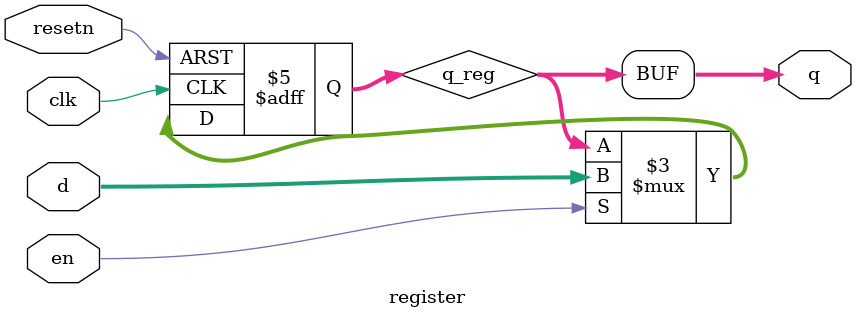
<source format=v>
`timescale 1ns / 1ps


module register (
    input         clk,
    input         resetn,
    input         en,
    input  [31:0] d,
    output [31:0] q
);

    reg [31:0] q_reg;
    assign q = q_reg;

    always @(posedge clk, negedge resetn) begin
        if (!resetn) begin
            q_reg <= 0;
        end else begin
            if (en) begin
                q_reg <= d;
            end
        end
    end
endmodule

</source>
